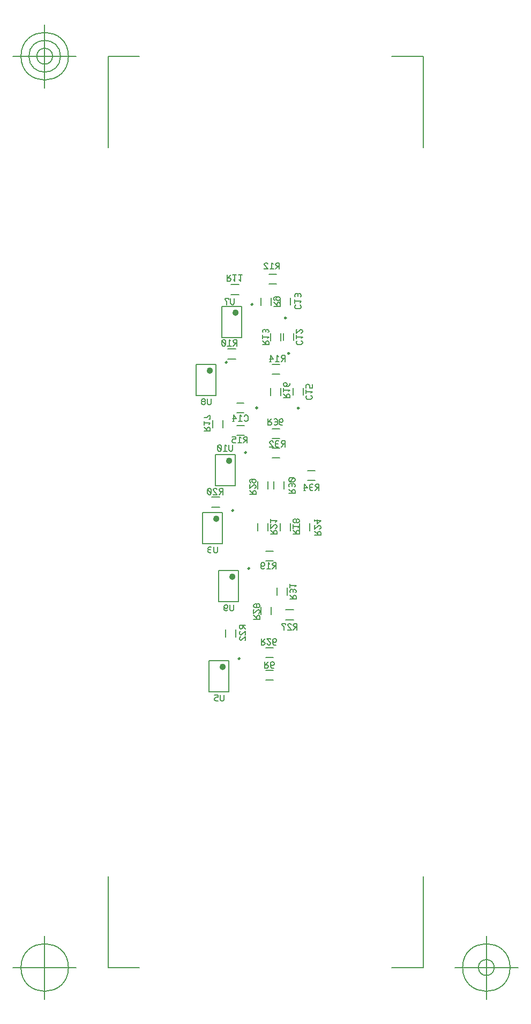
<source format=gbr>
G04 Generated by Ultiboard 14.1 *
%FSLAX34Y34*%
%MOMM*%

%ADD10C,0.0001*%
%ADD11C,0.1556*%
%ADD12C,0.2000*%
%ADD13C,0.2500*%
%ADD14C,0.5000*%
%ADD15C,0.1270*%


G04 ColorRGB FF14FF for the following layer *
%LNSilkscreen Bottom*%
%LPD*%
G54D10*
G54D11*
X372271Y169985D02*
X372271Y159985D01*
X376253Y159985D01*
X378244Y161985D01*
X378244Y162985D01*
X376253Y164985D01*
X372271Y164985D01*
X373266Y164985D02*
X378244Y169985D01*
X386208Y159985D02*
X383222Y159985D01*
X381231Y161985D01*
X381231Y165985D01*
X381231Y167985D01*
X383222Y169985D01*
X385213Y169985D01*
X387204Y167985D01*
X387204Y165985D01*
X385213Y163985D01*
X383222Y163985D01*
X381231Y165985D01*
X342035Y227309D02*
X332035Y227309D01*
X332035Y223327D01*
X334035Y221336D01*
X335035Y221336D01*
X337035Y223327D01*
X337035Y227309D01*
X337035Y226314D02*
X342035Y221336D01*
X334035Y218349D02*
X332035Y216358D01*
X332035Y214367D01*
X334035Y212376D01*
X335035Y212376D01*
X342035Y218349D01*
X342035Y212376D01*
X341035Y212376D01*
X334035Y209389D02*
X332035Y207398D01*
X332035Y205407D01*
X334035Y203416D01*
X335035Y203416D01*
X342035Y209389D01*
X342035Y203416D01*
X341035Y203416D01*
X354555Y237241D02*
X364555Y237241D01*
X364555Y241223D01*
X362555Y243214D01*
X361555Y243214D01*
X359555Y241223D01*
X359555Y237241D01*
X359555Y238236D02*
X354555Y243214D01*
X362555Y246201D02*
X364555Y248192D01*
X364555Y250183D01*
X362555Y252174D01*
X361555Y252174D01*
X354555Y246201D01*
X354555Y252174D01*
X355555Y252174D01*
X354555Y259143D02*
X354555Y257152D01*
X356555Y255161D01*
X358555Y255161D01*
X359555Y256156D01*
X360555Y255161D01*
X362555Y255161D01*
X364555Y257152D01*
X364555Y259143D01*
X362555Y261134D01*
X360555Y261134D01*
X359555Y260138D01*
X358555Y261134D01*
X356555Y261134D01*
X354555Y259143D01*
X359555Y256156D02*
X359555Y260138D01*
X411675Y269201D02*
X421675Y269201D01*
X421675Y273183D01*
X419675Y275174D01*
X418675Y275174D01*
X416675Y273183D01*
X416675Y269201D01*
X416675Y270196D02*
X411675Y275174D01*
X420675Y279156D02*
X421675Y280152D01*
X421675Y282143D01*
X419675Y284134D01*
X417675Y284134D01*
X416675Y283138D01*
X415675Y284134D01*
X413675Y284134D01*
X411675Y282143D01*
X411675Y280152D01*
X412675Y279156D01*
X416675Y280152D02*
X416675Y283138D01*
X419675Y288116D02*
X421675Y290107D01*
X411675Y290107D01*
X411675Y287121D02*
X411675Y293094D01*
X390069Y316356D02*
X390069Y326356D01*
X386087Y326356D01*
X384096Y324356D01*
X384096Y323356D01*
X386087Y321356D01*
X390069Y321356D01*
X389074Y321356D02*
X384096Y316356D01*
X380114Y324356D02*
X378123Y326356D01*
X378123Y316356D01*
X381109Y316356D02*
X375136Y316356D01*
X372149Y318356D02*
X370158Y316356D01*
X368167Y316356D01*
X366176Y318356D01*
X366176Y322356D01*
X366176Y324356D01*
X368167Y326356D01*
X370158Y326356D01*
X372149Y324356D01*
X372149Y322356D01*
X370158Y320356D01*
X368167Y320356D01*
X366176Y322356D01*
X381195Y371401D02*
X391195Y371401D01*
X391195Y375383D01*
X389195Y377374D01*
X388195Y377374D01*
X386195Y375383D01*
X386195Y371401D01*
X386195Y372396D02*
X381195Y377374D01*
X389195Y380361D02*
X391195Y382352D01*
X391195Y384343D01*
X389195Y386334D01*
X388195Y386334D01*
X381195Y380361D01*
X381195Y386334D01*
X382195Y386334D01*
X389195Y390316D02*
X391195Y392307D01*
X381195Y392307D01*
X381195Y389321D02*
X381195Y395294D01*
X416755Y371401D02*
X426755Y371401D01*
X426755Y375383D01*
X424755Y377374D01*
X423755Y377374D01*
X421755Y375383D01*
X421755Y371401D01*
X421755Y372396D02*
X416755Y377374D01*
X424755Y381356D02*
X426755Y383347D01*
X416755Y383347D01*
X416755Y380361D02*
X416755Y386334D01*
X416755Y393303D02*
X416755Y391312D01*
X418755Y389321D01*
X420755Y389321D01*
X421755Y390316D01*
X422755Y389321D01*
X424755Y389321D01*
X426755Y391312D01*
X426755Y393303D01*
X424755Y395294D01*
X422755Y395294D01*
X421755Y394298D01*
X420755Y395294D01*
X418755Y395294D01*
X416755Y393303D01*
X421755Y390316D02*
X421755Y394298D01*
X450875Y370061D02*
X460875Y370061D01*
X460875Y374043D01*
X458875Y376034D01*
X457875Y376034D01*
X455875Y374043D01*
X455875Y370061D01*
X455875Y371056D02*
X450875Y376034D01*
X458875Y379021D02*
X460875Y381012D01*
X460875Y383003D01*
X458875Y384994D01*
X457875Y384994D01*
X450875Y379021D01*
X450875Y384994D01*
X451875Y384994D01*
X454875Y393954D02*
X454875Y387981D01*
X460875Y392958D01*
X450875Y392958D01*
X450875Y391963D02*
X450875Y393954D01*
X348175Y434301D02*
X358175Y434301D01*
X358175Y438283D01*
X356175Y440274D01*
X355175Y440274D01*
X353175Y438283D01*
X353175Y434301D01*
X353175Y435296D02*
X348175Y440274D01*
X356175Y443261D02*
X358175Y445252D01*
X358175Y447243D01*
X356175Y449234D01*
X355175Y449234D01*
X348175Y443261D01*
X348175Y449234D01*
X349175Y449234D01*
X350175Y452221D02*
X348175Y454212D01*
X348175Y456203D01*
X350175Y458194D01*
X354175Y458194D01*
X356175Y458194D01*
X358175Y456203D01*
X358175Y454212D01*
X356175Y452221D01*
X354175Y452221D01*
X352175Y454212D01*
X352175Y456203D01*
X354175Y458194D01*
X410235Y436101D02*
X420235Y436101D01*
X420235Y440083D01*
X418235Y442074D01*
X417235Y442074D01*
X415235Y440083D01*
X415235Y436101D01*
X415235Y437096D02*
X410235Y442074D01*
X419235Y446056D02*
X420235Y447052D01*
X420235Y449043D01*
X418235Y451034D01*
X416235Y451034D01*
X415235Y450038D01*
X414235Y451034D01*
X412235Y451034D01*
X410235Y449043D01*
X410235Y447052D01*
X411235Y446056D01*
X415235Y447052D02*
X415235Y450038D01*
X418235Y454021D02*
X420235Y456012D01*
X420235Y458003D01*
X418235Y459994D01*
X412235Y459994D01*
X410235Y458003D01*
X410235Y456012D01*
X412235Y454021D01*
X418235Y454021D01*
X418235Y459994D02*
X412235Y454021D01*
X457979Y440285D02*
X457979Y450285D01*
X453997Y450285D01*
X452006Y448285D01*
X452006Y447285D01*
X453997Y445285D01*
X457979Y445285D01*
X456984Y445285D02*
X452006Y440285D01*
X448024Y449285D02*
X447028Y450285D01*
X445037Y450285D01*
X443046Y448285D01*
X443046Y446285D01*
X444042Y445285D01*
X443046Y444285D01*
X443046Y442285D01*
X445037Y440285D01*
X447028Y440285D01*
X448024Y441285D01*
X447028Y445285D02*
X444042Y445285D01*
X434086Y444285D02*
X440059Y444285D01*
X435082Y450285D01*
X435082Y440285D01*
X436077Y440285D02*
X434086Y440285D01*
X403899Y508665D02*
X403899Y518665D01*
X399917Y518665D01*
X397926Y516665D01*
X397926Y515665D01*
X399917Y513665D01*
X403899Y513665D01*
X402904Y513665D02*
X397926Y508665D01*
X393944Y517665D02*
X392948Y518665D01*
X390957Y518665D01*
X388966Y516665D01*
X388966Y514665D01*
X389962Y513665D01*
X388966Y512665D01*
X388966Y510665D01*
X390957Y508665D01*
X392948Y508665D01*
X393944Y509665D01*
X392948Y513665D02*
X389962Y513665D01*
X385979Y516665D02*
X383988Y518665D01*
X381997Y518665D01*
X380006Y516665D01*
X380006Y515665D01*
X385979Y508665D01*
X380006Y508665D01*
X380006Y509665D01*
X344419Y515045D02*
X344419Y525045D01*
X340437Y525045D01*
X338446Y523045D01*
X338446Y522045D01*
X340437Y520045D01*
X344419Y520045D01*
X343424Y520045D02*
X338446Y515045D01*
X334464Y523045D02*
X332473Y525045D01*
X332473Y515045D01*
X335459Y515045D02*
X329486Y515045D01*
X320526Y525045D02*
X326499Y525045D01*
X326499Y521045D01*
X322517Y521045D01*
X320526Y519045D01*
X320526Y517045D01*
X322517Y515045D01*
X326499Y515045D01*
X377211Y553325D02*
X377211Y543325D01*
X381193Y543325D01*
X383184Y545325D01*
X383184Y546325D01*
X381193Y548325D01*
X377211Y548325D01*
X378206Y548325D02*
X383184Y553325D01*
X387166Y544325D02*
X388162Y543325D01*
X390153Y543325D01*
X392144Y545325D01*
X392144Y547325D01*
X391148Y548325D01*
X392144Y549325D01*
X392144Y551325D01*
X390153Y553325D01*
X388162Y553325D01*
X387166Y552325D01*
X388162Y548325D02*
X391148Y548325D01*
X400108Y543325D02*
X397122Y543325D01*
X395131Y545325D01*
X395131Y549325D01*
X395131Y551325D01*
X397122Y553325D01*
X399113Y553325D01*
X401104Y551325D01*
X401104Y549325D01*
X399113Y547325D01*
X397122Y547325D01*
X395131Y549325D01*
X339506Y551305D02*
X341497Y549305D01*
X343488Y549305D01*
X345479Y551305D01*
X345479Y557305D01*
X343488Y559305D01*
X341497Y559305D01*
X339506Y557305D01*
X335524Y557305D02*
X333533Y559305D01*
X333533Y549305D01*
X336519Y549305D02*
X330546Y549305D01*
X321586Y553305D02*
X327559Y553305D01*
X322582Y559305D01*
X322582Y549305D01*
X323577Y549305D02*
X321586Y549305D01*
X439075Y590134D02*
X437075Y588143D01*
X437075Y586152D01*
X439075Y584161D01*
X445075Y584161D01*
X447075Y586152D01*
X447075Y588143D01*
X445075Y590134D01*
X445075Y594116D02*
X447075Y596107D01*
X437075Y596107D01*
X437075Y593121D02*
X437075Y599094D01*
X447075Y608054D02*
X447075Y602081D01*
X443075Y602081D01*
X443075Y606063D01*
X441075Y608054D01*
X439075Y608054D01*
X437075Y606063D01*
X437075Y602081D01*
X401515Y586701D02*
X411515Y586701D01*
X411515Y590683D01*
X409515Y592674D01*
X408515Y592674D01*
X406515Y590683D01*
X406515Y586701D01*
X406515Y587696D02*
X401515Y592674D01*
X409515Y596656D02*
X411515Y598647D01*
X401515Y598647D01*
X401515Y595661D02*
X401515Y601634D01*
X411515Y609598D02*
X411515Y606612D01*
X409515Y604621D01*
X405515Y604621D01*
X403515Y604621D01*
X401515Y606612D01*
X401515Y608603D01*
X403515Y610594D01*
X405515Y610594D01*
X407515Y608603D01*
X407515Y606612D01*
X405515Y604621D01*
X403899Y643285D02*
X403899Y653285D01*
X399917Y653285D01*
X397926Y651285D01*
X397926Y650285D01*
X399917Y648285D01*
X403899Y648285D01*
X402904Y648285D02*
X397926Y643285D01*
X393944Y651285D02*
X391953Y653285D01*
X391953Y643285D01*
X394939Y643285D02*
X388966Y643285D01*
X380006Y647285D02*
X385979Y647285D01*
X381002Y653285D01*
X381002Y643285D01*
X381997Y643285D02*
X380006Y643285D01*
X368495Y670521D02*
X378495Y670521D01*
X378495Y674503D01*
X376495Y676494D01*
X375495Y676494D01*
X373495Y674503D01*
X373495Y670521D01*
X373495Y671516D02*
X368495Y676494D01*
X376495Y680476D02*
X378495Y682467D01*
X368495Y682467D01*
X368495Y679481D02*
X368495Y685454D01*
X377495Y689436D02*
X378495Y690432D01*
X378495Y692423D01*
X376495Y694414D01*
X374495Y694414D01*
X373495Y693418D01*
X372495Y694414D01*
X370495Y694414D01*
X368495Y692423D01*
X368495Y690432D01*
X369495Y689436D01*
X373495Y690432D02*
X373495Y693418D01*
X423835Y676494D02*
X421835Y674503D01*
X421835Y672512D01*
X423835Y670521D01*
X429835Y670521D01*
X431835Y672512D01*
X431835Y674503D01*
X429835Y676494D01*
X429835Y680476D02*
X431835Y682467D01*
X421835Y682467D01*
X421835Y679481D02*
X421835Y685454D01*
X429835Y688441D02*
X431835Y690432D01*
X431835Y692423D01*
X429835Y694414D01*
X428835Y694414D01*
X421835Y688441D01*
X421835Y694414D01*
X422835Y694414D01*
X421585Y732664D02*
X419585Y730673D01*
X419585Y728682D01*
X421585Y726691D01*
X427585Y726691D01*
X429585Y728682D01*
X429585Y730673D01*
X427585Y732664D01*
X427585Y736646D02*
X429585Y738637D01*
X419585Y738637D01*
X419585Y735651D02*
X419585Y741624D01*
X428585Y745606D02*
X429585Y746602D01*
X429585Y748593D01*
X427585Y750584D01*
X425585Y750584D01*
X424585Y749588D01*
X423585Y750584D01*
X421585Y750584D01*
X419585Y748593D01*
X419585Y746602D01*
X420585Y745606D01*
X424585Y746602D02*
X424585Y749588D01*
X386275Y730881D02*
X396275Y730881D01*
X396275Y734863D01*
X394275Y736854D01*
X393275Y736854D01*
X391275Y734863D01*
X391275Y730881D01*
X391275Y731876D02*
X386275Y736854D01*
X388275Y739841D02*
X386275Y741832D01*
X386275Y743823D01*
X388275Y745814D01*
X392275Y745814D01*
X394275Y745814D01*
X396275Y743823D01*
X396275Y741832D01*
X394275Y739841D01*
X392275Y739841D01*
X390275Y741832D01*
X390275Y743823D01*
X392275Y745814D01*
X395219Y789365D02*
X395219Y799365D01*
X391237Y799365D01*
X389246Y797365D01*
X389246Y796365D01*
X391237Y794365D01*
X395219Y794365D01*
X394224Y794365D02*
X389246Y789365D01*
X385264Y797365D02*
X383273Y799365D01*
X383273Y789365D01*
X386259Y789365D02*
X380286Y789365D01*
X377299Y797365D02*
X375308Y799365D01*
X373317Y799365D01*
X371326Y797365D01*
X371326Y796365D01*
X377299Y789365D01*
X371326Y789365D01*
X371326Y790365D01*
X423184Y220140D02*
X423184Y230140D01*
X419202Y230140D01*
X417211Y228140D01*
X417211Y227140D01*
X419202Y225140D01*
X423184Y225140D01*
X422189Y225140D02*
X417211Y220140D01*
X414224Y228140D02*
X412233Y230140D01*
X410242Y230140D01*
X408251Y228140D01*
X408251Y227140D01*
X414224Y220140D01*
X408251Y220140D01*
X408251Y221140D01*
X402278Y220140D02*
X402278Y225140D01*
X399291Y228140D01*
X399291Y230140D01*
X405264Y230140D01*
X405264Y228140D01*
X305744Y433500D02*
X305744Y443500D01*
X301762Y443500D01*
X299771Y441500D01*
X299771Y440500D01*
X301762Y438500D01*
X305744Y438500D01*
X304749Y438500D02*
X299771Y433500D01*
X296784Y441500D02*
X294793Y443500D01*
X292802Y443500D01*
X290811Y441500D01*
X290811Y440500D01*
X296784Y433500D01*
X290811Y433500D01*
X290811Y434500D01*
X287824Y441500D02*
X285833Y443500D01*
X283842Y443500D01*
X281851Y441500D01*
X281851Y435500D01*
X283842Y433500D01*
X285833Y433500D01*
X287824Y435500D01*
X287824Y441500D01*
X281851Y441500D02*
X287824Y435500D01*
X366756Y206580D02*
X366756Y196580D01*
X370738Y196580D01*
X372729Y198580D01*
X372729Y199580D01*
X370738Y201580D01*
X366756Y201580D01*
X367751Y201580D02*
X372729Y206580D01*
X375716Y198580D02*
X377707Y196580D01*
X379698Y196580D01*
X381689Y198580D01*
X381689Y199580D01*
X375716Y206580D01*
X381689Y206580D01*
X381689Y205580D01*
X389653Y196580D02*
X386667Y196580D01*
X384676Y198580D01*
X384676Y202580D01*
X384676Y204580D01*
X386667Y206580D01*
X388658Y206580D01*
X390649Y204580D01*
X390649Y202580D01*
X388658Y200580D01*
X386667Y200580D01*
X384676Y202580D01*
X328169Y668215D02*
X328169Y678215D01*
X324187Y678215D01*
X322196Y676215D01*
X322196Y675215D01*
X324187Y673215D01*
X328169Y673215D01*
X327174Y673215D02*
X322196Y668215D01*
X318214Y676215D02*
X316223Y678215D01*
X316223Y668215D01*
X319209Y668215D02*
X313236Y668215D01*
X310249Y676215D02*
X308258Y678215D01*
X306267Y678215D01*
X304276Y676215D01*
X304276Y670215D01*
X306267Y668215D01*
X308258Y668215D01*
X310249Y670215D01*
X310249Y676215D01*
X304276Y676215D02*
X310249Y670215D01*
X312676Y780420D02*
X312676Y770420D01*
X316658Y770420D01*
X318649Y772420D01*
X318649Y773420D01*
X316658Y775420D01*
X312676Y775420D01*
X313671Y775420D02*
X318649Y780420D01*
X322631Y772420D02*
X324622Y770420D01*
X324622Y780420D01*
X321636Y780420D02*
X327609Y780420D01*
X331591Y772420D02*
X333582Y770420D01*
X333582Y780420D01*
X330596Y780420D02*
X336569Y780420D01*
X276020Y534396D02*
X286020Y534396D01*
X286020Y538378D01*
X284020Y540369D01*
X283020Y540369D01*
X281020Y538378D01*
X281020Y534396D01*
X281020Y535391D02*
X276020Y540369D01*
X284020Y544351D02*
X286020Y546342D01*
X276020Y546342D01*
X276020Y543356D02*
X276020Y549329D01*
X276020Y555302D02*
X281020Y555302D01*
X284020Y558289D01*
X286020Y558289D01*
X286020Y552316D01*
X284020Y552316D01*
X307684Y117820D02*
X307684Y109820D01*
X305693Y107820D01*
X303702Y107820D01*
X301711Y109820D01*
X301711Y117820D01*
X292751Y117820D02*
X298724Y117820D01*
X298724Y113820D01*
X294742Y113820D01*
X292751Y111820D01*
X292751Y109820D01*
X294742Y107820D01*
X298724Y107820D01*
X322924Y260060D02*
X322924Y252060D01*
X320933Y250060D01*
X318942Y250060D01*
X316951Y252060D01*
X316951Y260060D01*
X313964Y252060D02*
X311973Y250060D01*
X309982Y250060D01*
X307991Y252060D01*
X307991Y256060D01*
X307991Y258060D01*
X309982Y260060D01*
X311973Y260060D01*
X313964Y258060D01*
X313964Y256060D01*
X311973Y254060D01*
X309982Y254060D01*
X307991Y256060D01*
X297524Y351500D02*
X297524Y343500D01*
X295533Y341500D01*
X293542Y341500D01*
X291551Y343500D01*
X291551Y351500D01*
X287569Y350500D02*
X286573Y351500D01*
X284582Y351500D01*
X282591Y349500D01*
X282591Y347500D01*
X283587Y346500D01*
X282591Y345500D01*
X282591Y343500D01*
X284582Y341500D01*
X286573Y341500D01*
X287569Y342500D01*
X286573Y346500D02*
X283587Y346500D01*
X321584Y512080D02*
X321584Y504080D01*
X319593Y502080D01*
X317602Y502080D01*
X315611Y504080D01*
X315611Y512080D01*
X311629Y510080D02*
X309638Y512080D01*
X309638Y502080D01*
X312624Y502080D02*
X306651Y502080D01*
X303664Y510080D02*
X301673Y512080D01*
X299682Y512080D01*
X297691Y510080D01*
X297691Y504080D01*
X299682Y502080D01*
X301673Y502080D01*
X303664Y504080D01*
X303664Y510080D01*
X297691Y510080D02*
X303664Y504080D01*
X287364Y585180D02*
X287364Y577180D01*
X285373Y575180D01*
X283382Y575180D01*
X281391Y577180D01*
X281391Y585180D01*
X274422Y575180D02*
X276413Y575180D01*
X278404Y577180D01*
X278404Y579180D01*
X277409Y580180D01*
X278404Y581180D01*
X278404Y583180D01*
X276413Y585180D01*
X274422Y585180D01*
X272431Y583180D01*
X272431Y581180D01*
X273427Y580180D01*
X272431Y579180D01*
X272431Y577180D01*
X274422Y575180D01*
X277409Y580180D02*
X273427Y580180D01*
X324124Y743220D02*
X324124Y735220D01*
X322133Y733220D01*
X320142Y733220D01*
X318151Y735220D01*
X318151Y743220D01*
X312178Y733220D02*
X312178Y738220D01*
X309191Y741220D01*
X309191Y743220D01*
X315164Y743220D01*
X315164Y741220D01*
G54D12*
X373495Y156825D02*
X385495Y156825D01*
X373495Y140825D02*
X385495Y140825D01*
X373495Y140825D02*
X385495Y140825D01*
X326535Y220865D02*
X326535Y208865D01*
X310535Y220865D02*
X310535Y208865D01*
X310535Y220865D02*
X310535Y208865D01*
X366415Y244425D02*
X366415Y256425D01*
X382415Y244425D02*
X382415Y256425D01*
X382415Y244425D02*
X382415Y256425D01*
X391815Y274905D02*
X391815Y286905D01*
X407815Y274905D02*
X407815Y286905D01*
X407815Y274905D02*
X407815Y286905D01*
X385495Y328785D02*
X373495Y328785D01*
X385495Y344785D02*
X373495Y344785D01*
X385495Y344785D02*
X373495Y344785D01*
X361335Y376505D02*
X361335Y388505D01*
X377335Y376505D02*
X377335Y388505D01*
X377335Y376505D02*
X377335Y388505D01*
X412895Y388505D02*
X412895Y376505D01*
X396895Y388505D02*
X396895Y376505D01*
X396895Y388505D02*
X396895Y376505D01*
X443375Y388505D02*
X443375Y376505D01*
X427375Y388505D02*
X427375Y376505D01*
X427375Y388505D02*
X427375Y376505D01*
X361335Y442545D02*
X361335Y454545D01*
X377335Y442545D02*
X377335Y454545D01*
X377335Y442545D02*
X377335Y454545D01*
X402735Y454545D02*
X402735Y442545D01*
X386735Y454545D02*
X386735Y442545D01*
X386735Y454545D02*
X386735Y442545D01*
X451535Y455785D02*
X439535Y455785D01*
X451535Y471785D02*
X439535Y471785D01*
X451535Y471785D02*
X439535Y471785D01*
X395655Y491345D02*
X383655Y491345D01*
X395655Y507345D02*
X383655Y507345D01*
X395655Y507345D02*
X383655Y507345D01*
X327775Y542905D02*
X339775Y542905D01*
X327775Y526905D02*
X339775Y526905D01*
X327775Y526905D02*
X339775Y526905D01*
X383655Y537825D02*
X395655Y537825D01*
X383655Y521825D02*
X395655Y521825D01*
X383655Y521825D02*
X395655Y521825D01*
X339275Y562465D02*
X328275Y562465D01*
X339275Y578465D02*
X328275Y578465D01*
X339275Y578465D02*
X328275Y578465D01*
X417215Y590365D02*
X417215Y601365D01*
X433215Y590365D02*
X433215Y601365D01*
X433215Y590365D02*
X433215Y601365D01*
X381655Y589865D02*
X381655Y601865D01*
X397655Y589865D02*
X397655Y601865D01*
X397655Y589865D02*
X397655Y601865D01*
X395655Y623425D02*
X383655Y623425D01*
X395655Y639425D02*
X383655Y639425D01*
X395655Y639425D02*
X383655Y639425D01*
X397655Y688225D02*
X397655Y676225D01*
X381655Y688225D02*
X381655Y676225D01*
X381655Y688225D02*
X381655Y676225D01*
X401975Y676725D02*
X401975Y687725D01*
X417975Y676725D02*
X417975Y687725D01*
X417975Y676725D02*
X417975Y687725D01*
X396895Y732605D02*
X396895Y743605D01*
X412895Y732605D02*
X412895Y743605D01*
X412895Y732605D02*
X412895Y743605D01*
X382415Y744105D02*
X382415Y732105D01*
X366415Y744105D02*
X366415Y732105D01*
X366415Y744105D02*
X366415Y732105D01*
X390575Y765665D02*
X378575Y765665D01*
X390575Y781665D02*
X378575Y781665D01*
X390575Y781665D02*
X378575Y781665D01*
X417480Y235840D02*
X405480Y235840D01*
X417480Y251840D02*
X405480Y251840D01*
X417480Y251840D02*
X405480Y251840D01*
X288640Y429640D02*
X300640Y429640D01*
X288640Y413640D02*
X300640Y413640D01*
X288640Y413640D02*
X300640Y413640D01*
X373495Y192385D02*
X385495Y192385D01*
X373495Y176385D02*
X385495Y176385D01*
X373495Y176385D02*
X385495Y176385D01*
X326040Y647320D02*
X314040Y647320D01*
X326040Y663320D02*
X314040Y663320D01*
X326040Y663320D02*
X314040Y663320D01*
X319120Y764920D02*
X331120Y764920D01*
X319120Y748920D02*
X331120Y748920D01*
X319120Y748920D02*
X331120Y748920D01*
X306215Y551065D02*
X306215Y539065D01*
X290215Y551065D02*
X290215Y539065D01*
X290215Y551065D02*
X290215Y539065D01*
X315720Y122820D02*
X283720Y122820D01*
X283720Y171820D02*
X315720Y171820D01*
X315720Y122820D01*
X283720Y122820D02*
X283720Y171820D01*
X330960Y265060D02*
X298960Y265060D01*
X298960Y314060D02*
X330960Y314060D01*
X330960Y265060D01*
X298960Y265060D02*
X298960Y314060D01*
X305560Y356500D02*
X273560Y356500D01*
X273560Y405500D02*
X305560Y405500D01*
X305560Y356500D01*
X273560Y356500D02*
X273560Y405500D01*
X325880Y447940D02*
X293880Y447940D01*
X293880Y496940D02*
X325880Y496940D01*
X325880Y447940D01*
X293880Y447940D02*
X293880Y496940D01*
X295400Y590180D02*
X263400Y590180D01*
X263400Y639180D02*
X295400Y639180D01*
X295400Y590180D01*
X263400Y590180D02*
X263400Y639180D01*
X336040Y681620D02*
X304040Y681620D01*
X304040Y730620D02*
X336040Y730620D01*
X336040Y681620D01*
X304040Y681620D02*
X304040Y730620D01*
G54D13*
X358275Y570465D02*
G75*
D01*
G02X358275Y570465I1250J0*
G01*
X423965Y570115D02*
G75*
D01*
G02X423965Y570115I1250J0*
G01*
X408725Y656475D02*
G75*
D01*
G02X408725Y656475I1250J0*
G01*
X403645Y712355D02*
G75*
D01*
G02X403645Y712355I1250J0*
G01*
X330470Y174820D02*
G75*
D01*
G02X330470Y174820I1250J0*
G01*
X345710Y317060D02*
G75*
D01*
G02X345710Y317060I1250J0*
G01*
X320310Y408500D02*
G75*
D01*
G02X320310Y408500I1250J0*
G01*
X340630Y499940D02*
G75*
D01*
G02X340630Y499940I1250J0*
G01*
X310150Y642180D02*
G75*
D01*
G02X310150Y642180I1250J0*
G01*
X350790Y733620D02*
G75*
D01*
G02X350790Y733620I1250J0*
G01*
G54D14*
X303220Y161820D02*
G75*
D01*
G02X303220Y161820I2500J0*
G01*
X318460Y304060D02*
G75*
D01*
G02X318460Y304060I2500J0*
G01*
X293060Y395500D02*
G75*
D01*
G02X293060Y395500I2500J0*
G01*
X313380Y486940D02*
G75*
D01*
G02X313380Y486940I2500J0*
G01*
X282900Y629180D02*
G75*
D01*
G02X282900Y629180I2500J0*
G01*
X323540Y720620D02*
G75*
D01*
G02X323540Y720620I2500J0*
G01*
G54D15*
X124460Y-312420D02*
X124460Y-168656D01*
X124460Y-312420D02*
X174244Y-312420D01*
X622300Y-312420D02*
X572516Y-312420D01*
X622300Y-312420D02*
X622300Y-168656D01*
X622300Y1125220D02*
X622300Y981456D01*
X622300Y1125220D02*
X572516Y1125220D01*
X124460Y1125220D02*
X174244Y1125220D01*
X124460Y1125220D02*
X124460Y981456D01*
X74460Y-312420D02*
X-25540Y-312420D01*
X24460Y-362420D02*
X24460Y-262420D01*
X-13040Y-312420D02*
G75*
D01*
G02X-13040Y-312420I37500J0*
G01*
X672300Y-312420D02*
X772300Y-312420D01*
X722300Y-362420D02*
X722300Y-262420D01*
X684800Y-312420D02*
G75*
D01*
G02X684800Y-312420I37500J0*
G01*
X709800Y-312420D02*
G75*
D01*
G02X709800Y-312420I12500J0*
G01*
X74460Y1125220D02*
X-25540Y1125220D01*
X24460Y1075220D02*
X24460Y1175220D01*
X-13040Y1125220D02*
G75*
D01*
G02X-13040Y1125220I37500J0*
G01*
X-540Y1125220D02*
G75*
D01*
G02X-540Y1125220I25000J0*
G01*
X11960Y1125220D02*
G75*
D01*
G02X11960Y1125220I12500J0*
G01*

M02*

</source>
